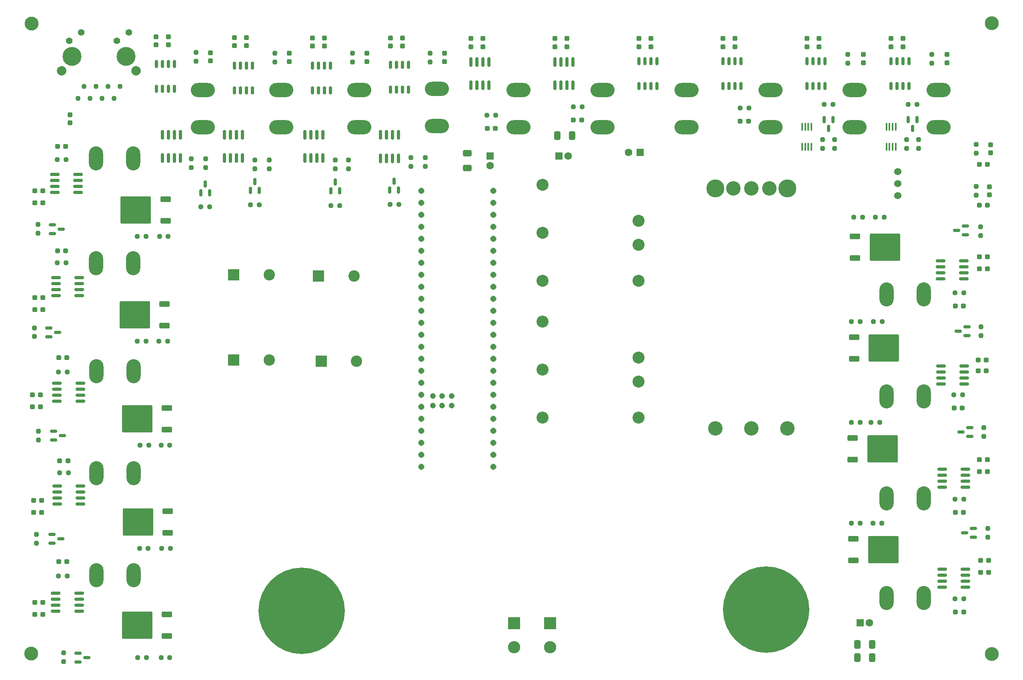
<source format=gbr>
%TF.GenerationSoftware,KiCad,Pcbnew,7.0.7*%
%TF.CreationDate,2023-11-10T12:57:54-06:00*%
%TF.ProjectId,PowerBoard_2024,506f7765-7242-46f6-9172-645f32303234,rev?*%
%TF.SameCoordinates,Original*%
%TF.FileFunction,Soldermask,Top*%
%TF.FilePolarity,Negative*%
%FSLAX46Y46*%
G04 Gerber Fmt 4.6, Leading zero omitted, Abs format (unit mm)*
G04 Created by KiCad (PCBNEW 7.0.7) date 2023-11-10 12:57:54*
%MOMM*%
%LPD*%
G01*
G04 APERTURE LIST*
G04 Aperture macros list*
%AMRoundRect*
0 Rectangle with rounded corners*
0 $1 Rounding radius*
0 $2 $3 $4 $5 $6 $7 $8 $9 X,Y pos of 4 corners*
0 Add a 4 corners polygon primitive as box body*
4,1,4,$2,$3,$4,$5,$6,$7,$8,$9,$2,$3,0*
0 Add four circle primitives for the rounded corners*
1,1,$1+$1,$2,$3*
1,1,$1+$1,$4,$5*
1,1,$1+$1,$6,$7*
1,1,$1+$1,$8,$9*
0 Add four rect primitives between the rounded corners*
20,1,$1+$1,$2,$3,$4,$5,0*
20,1,$1+$1,$4,$5,$6,$7,0*
20,1,$1+$1,$6,$7,$8,$9,0*
20,1,$1+$1,$8,$9,$2,$3,0*%
G04 Aperture macros list end*
%ADD10RoundRect,0.237500X-0.250000X-0.237500X0.250000X-0.237500X0.250000X0.237500X-0.250000X0.237500X0*%
%ADD11RoundRect,0.237500X0.250000X0.237500X-0.250000X0.237500X-0.250000X-0.237500X0.250000X-0.237500X0*%
%ADD12RoundRect,0.237500X-0.287500X-0.237500X0.287500X-0.237500X0.287500X0.237500X-0.287500X0.237500X0*%
%ADD13RoundRect,0.237500X-0.237500X0.300000X-0.237500X-0.300000X0.237500X-0.300000X0.237500X0.300000X0*%
%ADD14RoundRect,0.237500X-0.300000X-0.237500X0.300000X-0.237500X0.300000X0.237500X-0.300000X0.237500X0*%
%ADD15R,2.400000X2.400000*%
%ADD16C,2.400000*%
%ADD17R,1.600000X1.600000*%
%ADD18C,1.600000*%
%ADD19RoundRect,0.150000X0.150000X-0.675000X0.150000X0.675000X-0.150000X0.675000X-0.150000X-0.675000X0*%
%ADD20RoundRect,0.237500X0.300000X0.237500X-0.300000X0.237500X-0.300000X-0.237500X0.300000X-0.237500X0*%
%ADD21RoundRect,0.237500X0.237500X-0.287500X0.237500X0.287500X-0.237500X0.287500X-0.237500X-0.287500X0*%
%ADD22RoundRect,0.250000X0.850000X0.350000X-0.850000X0.350000X-0.850000X-0.350000X0.850000X-0.350000X0*%
%ADD23RoundRect,0.249997X2.950003X2.650003X-2.950003X2.650003X-2.950003X-2.650003X2.950003X-2.650003X0*%
%ADD24RoundRect,0.150000X0.150000X-0.825000X0.150000X0.825000X-0.150000X0.825000X-0.150000X-0.825000X0*%
%ADD25C,3.048000*%
%ADD26C,3.810000*%
%ADD27RoundRect,0.237500X0.237500X-0.300000X0.237500X0.300000X-0.237500X0.300000X-0.237500X-0.300000X0*%
%ADD28RoundRect,0.150000X0.587500X0.150000X-0.587500X0.150000X-0.587500X-0.150000X0.587500X-0.150000X0*%
%ADD29RoundRect,0.237500X0.237500X-0.250000X0.237500X0.250000X-0.237500X0.250000X-0.237500X-0.250000X0*%
%ADD30RoundRect,0.250000X-0.650000X0.412500X-0.650000X-0.412500X0.650000X-0.412500X0.650000X0.412500X0*%
%ADD31RoundRect,0.237500X-0.237500X0.250000X-0.237500X-0.250000X0.237500X-0.250000X0.237500X0.250000X0*%
%ADD32C,2.946400*%
%ADD33R,2.600000X2.600000*%
%ADD34O,2.600000X2.600000*%
%ADD35RoundRect,0.150000X-0.825000X-0.150000X0.825000X-0.150000X0.825000X0.150000X-0.825000X0.150000X0*%
%ADD36RoundRect,0.250000X-0.412500X-0.650000X0.412500X-0.650000X0.412500X0.650000X-0.412500X0.650000X0*%
%ADD37RoundRect,0.237500X0.287500X0.237500X-0.287500X0.237500X-0.287500X-0.237500X0.287500X-0.237500X0*%
%ADD38RoundRect,0.150000X-0.587500X-0.150000X0.587500X-0.150000X0.587500X0.150000X-0.587500X0.150000X0*%
%ADD39C,2.540000*%
%ADD40C,18.288000*%
%ADD41RoundRect,0.150000X0.825000X0.150000X-0.825000X0.150000X-0.825000X-0.150000X0.825000X-0.150000X0*%
%ADD42RoundRect,0.250000X-0.850000X-0.350000X0.850000X-0.350000X0.850000X0.350000X-0.850000X0.350000X0*%
%ADD43RoundRect,0.249997X-2.950003X-2.650003X2.950003X-2.650003X2.950003X2.650003X-2.950003X2.650003X0*%
%ADD44RoundRect,0.150000X0.150000X-0.587500X0.150000X0.587500X-0.150000X0.587500X-0.150000X-0.587500X0*%
%ADD45RoundRect,0.100000X0.100000X-0.712500X0.100000X0.712500X-0.100000X0.712500X-0.100000X-0.712500X0*%
%ADD46RoundRect,0.150000X-0.150000X0.587500X-0.150000X-0.587500X0.150000X-0.587500X0.150000X0.587500X0*%
%ADD47C,1.100000*%
%ADD48C,1.400000*%
%ADD49C,4.000000*%
%ADD50C,2.000000*%
%ADD51C,1.524000*%
%ADD52C,1.308000*%
%ADD53C,1.208000*%
%ADD54O,5.100000X3.000000*%
%ADD55O,3.000000X5.100000*%
G04 APERTURE END LIST*
D10*
%TO.C,R58*%
X343672500Y-167385000D03*
X345497500Y-167385000D03*
%TD*%
D11*
%TO.C,R15*%
X194956500Y-193549000D03*
X193131500Y-193549000D03*
%TD*%
D12*
%TO.C,D4*%
X266587000Y-126492000D03*
X268337000Y-126492000D03*
%TD*%
D13*
%TO.C,C22*%
X199136000Y-107087500D03*
X199136000Y-108812500D03*
%TD*%
D14*
%TO.C,C26*%
X170587500Y-207772000D03*
X172312500Y-207772000D03*
%TD*%
D12*
%TO.C,D20*%
X365393000Y-185674000D03*
X367143000Y-185674000D03*
%TD*%
D15*
%TO.C,C1*%
X212972000Y-157480000D03*
D16*
X220472000Y-157480000D03*
%TD*%
D17*
%TO.C,C2*%
X345500888Y-231140000D03*
D18*
X347500888Y-231140000D03*
%TD*%
D10*
%TO.C,R65*%
X284837500Y-121920000D03*
X286662500Y-121920000D03*
%TD*%
D11*
%TO.C,R36*%
X177442500Y-133096000D03*
X175617500Y-133096000D03*
%TD*%
D14*
%TO.C,C37*%
X370993500Y-220472000D03*
X372718500Y-220472000D03*
%TD*%
D10*
%TO.C,R62*%
X343672500Y-188721000D03*
X345497500Y-188721000D03*
%TD*%
D17*
%TO.C,C48*%
X267208000Y-132394888D03*
D18*
X267208000Y-134394888D03*
%TD*%
D19*
%TO.C,U11*%
X246126000Y-118280000D03*
X247396000Y-118280000D03*
X248666000Y-118280000D03*
X249936000Y-118280000D03*
X249936000Y-113030000D03*
X248666000Y-113030000D03*
X247396000Y-113030000D03*
X246126000Y-113030000D03*
%TD*%
D20*
%TO.C,C20*%
X172566500Y-164846000D03*
X170841500Y-164846000D03*
%TD*%
D21*
%TO.C,D12*%
X208026000Y-112240000D03*
X208026000Y-110490000D03*
%TD*%
D22*
%TO.C,Q14*%
X198971000Y-212084000D03*
D23*
X192671000Y-209804000D03*
D22*
X198971000Y-207524000D03*
%TD*%
D24*
%TO.C,Q21*%
X243967000Y-132842000D03*
X245237000Y-132842000D03*
X246507000Y-132842000D03*
X247777000Y-132842000D03*
X247777000Y-127892000D03*
X246507000Y-127892000D03*
X245237000Y-127892000D03*
X243967000Y-127892000D03*
%TD*%
D11*
%TO.C,R32*%
X177950500Y-199389000D03*
X176125500Y-199389000D03*
%TD*%
D10*
%TO.C,R59*%
X348348000Y-167385000D03*
X350173000Y-167385000D03*
%TD*%
D19*
%TO.C,U10*%
X213106000Y-118449000D03*
X214376000Y-118449000D03*
X215646000Y-118449000D03*
X216916000Y-118449000D03*
X216916000Y-113199000D03*
X215646000Y-113199000D03*
X214376000Y-113199000D03*
X213106000Y-113199000D03*
%TD*%
D13*
%TO.C,C45*%
X319024000Y-107495000D03*
X319024000Y-109220000D03*
%TD*%
D12*
%TO.C,D5*%
X320143500Y-124968000D03*
X321893500Y-124968000D03*
%TD*%
D11*
%TO.C,R29*%
X194853000Y-215393000D03*
X193028000Y-215393000D03*
%TD*%
D25*
%TO.C,VR1*%
X314833000Y-189992000D03*
X322453000Y-189992000D03*
X330073000Y-189992000D03*
D26*
X330073000Y-139192000D03*
D25*
X326263000Y-139192000D03*
X322453000Y-139192000D03*
X318643000Y-139192000D03*
D26*
X314833000Y-139192000D03*
%TD*%
D10*
%TO.C,R64*%
X365609500Y-204978000D03*
X367434500Y-204978000D03*
%TD*%
D27*
%TO.C,C52*%
X280924000Y-109220000D03*
X280924000Y-107495000D03*
%TD*%
D28*
%TO.C,Q25*%
X369491500Y-213040000D03*
X369491500Y-211140000D03*
X367616500Y-212090000D03*
%TD*%
D29*
%TO.C,R40*%
X217424000Y-135024500D03*
X217424000Y-133199500D03*
%TD*%
D12*
%TO.C,D21*%
X365644000Y-207772000D03*
X367394000Y-207772000D03*
%TD*%
D30*
%TO.C,C49*%
X262382000Y-131787500D03*
X262382000Y-134912500D03*
%TD*%
D29*
%TO.C,R8*%
X342900000Y-112672500D03*
X342900000Y-110847500D03*
%TD*%
D21*
%TO.C,D8*%
X363855000Y-112635000D03*
X363855000Y-110885000D03*
%TD*%
D14*
%TO.C,C18*%
X170333500Y-185420000D03*
X172058500Y-185420000D03*
%TD*%
D27*
%TO.C,C32*%
X246126000Y-109066500D03*
X246126000Y-107341500D03*
%TD*%
D22*
%TO.C,Q6*%
X198820000Y-190241000D03*
D23*
X192520000Y-187961000D03*
D22*
X198820000Y-185681000D03*
%TD*%
D29*
%TO.C,R24*%
X234442000Y-135024500D03*
X234442000Y-133199500D03*
%TD*%
D13*
%TO.C,C16*%
X354584000Y-107495000D03*
X354584000Y-109220000D03*
%TD*%
D31*
%TO.C,R13*%
X171625500Y-190603500D03*
X171625500Y-192428500D03*
%TD*%
D32*
%TO.C,V6*%
X170114031Y-237689640D03*
%TD*%
D13*
%TO.C,C21*%
X232156000Y-107341500D03*
X232156000Y-109066500D03*
%TD*%
D31*
%TO.C,R23*%
X171196000Y-212447500D03*
X171196000Y-214272500D03*
%TD*%
%TO.C,R17*%
X170766500Y-168722000D03*
X170766500Y-170547000D03*
%TD*%
D29*
%TO.C,R47*%
X254508000Y-112418500D03*
X254508000Y-110593500D03*
%TD*%
D11*
%TO.C,R35*%
X194382500Y-149352000D03*
X192557500Y-149352000D03*
%TD*%
D33*
%TO.C,D1*%
X272288000Y-231247000D03*
D34*
X272288000Y-236327000D03*
%TD*%
D13*
%TO.C,C47*%
X301244000Y-107495000D03*
X301244000Y-109220000D03*
%TD*%
D20*
%TO.C,C41*%
X372210500Y-175514000D03*
X370485500Y-175514000D03*
%TD*%
D24*
%TO.C,Q12*%
X227965000Y-132777000D03*
X229235000Y-132777000D03*
X230505000Y-132777000D03*
X231775000Y-132777000D03*
X231775000Y-127827000D03*
X230505000Y-127827000D03*
X229235000Y-127827000D03*
X227965000Y-127827000D03*
%TD*%
D35*
%TO.C,U13*%
X362523000Y-154559000D03*
X362523000Y-155829000D03*
X362523000Y-157099000D03*
X362523000Y-158369000D03*
X367473000Y-158369000D03*
X367473000Y-157099000D03*
X367473000Y-155829000D03*
X367473000Y-154559000D03*
%TD*%
D31*
%TO.C,R39*%
X176941000Y-237527500D03*
X176941000Y-239352500D03*
%TD*%
D11*
%TO.C,R14*%
X199425000Y-193549000D03*
X197600000Y-193549000D03*
%TD*%
D31*
%TO.C,R43*%
X253492000Y-132691500D03*
X253492000Y-134516500D03*
%TD*%
D36*
%TO.C,C4*%
X344922388Y-235712000D03*
X348047388Y-235712000D03*
%TD*%
D37*
%TO.C,D10*%
X177405000Y-152400000D03*
X175655000Y-152400000D03*
%TD*%
D38*
%TO.C,Q5*%
X174830500Y-190566000D03*
X174830500Y-192466000D03*
X176705500Y-191516000D03*
%TD*%
D13*
%TO.C,C51*%
X265684000Y-107495000D03*
X265684000Y-109220000D03*
%TD*%
%TO.C,C29*%
X215646000Y-107290500D03*
X215646000Y-109015500D03*
%TD*%
D39*
%TO.C,U20*%
X298577000Y-187706000D03*
X298577000Y-180086000D03*
X298577000Y-175006000D03*
X278257000Y-167386000D03*
X278257000Y-177546000D03*
X278257000Y-187706000D03*
%TD*%
D40*
%TO.C,V2*%
X227330000Y-228600000D03*
%TD*%
D11*
%TO.C,R44*%
X199425000Y-238506000D03*
X197600000Y-238506000D03*
%TD*%
D38*
%TO.C,Q7*%
X173814500Y-168722000D03*
X173814500Y-170622000D03*
X175689500Y-169672000D03*
%TD*%
D20*
%TO.C,C28*%
X172566500Y-142240000D03*
X170841500Y-142240000D03*
%TD*%
D41*
%TO.C,U4*%
X180464000Y-184277000D03*
X180464000Y-183007000D03*
X180464000Y-181737000D03*
X180464000Y-180467000D03*
X175514000Y-180467000D03*
X175514000Y-181737000D03*
X175514000Y-183007000D03*
X175514000Y-184277000D03*
%TD*%
D24*
%TO.C,U21*%
X263144000Y-117394000D03*
X264414000Y-117394000D03*
X265684000Y-117394000D03*
X266954000Y-117394000D03*
X266954000Y-112444000D03*
X265684000Y-112444000D03*
X264414000Y-112444000D03*
X263144000Y-112444000D03*
%TD*%
D29*
%TO.C,R49*%
X370997000Y-149165000D03*
X370997000Y-147340000D03*
%TD*%
D11*
%TO.C,R48*%
X177696500Y-221234000D03*
X175871500Y-221234000D03*
%TD*%
D24*
%TO.C,U23*%
X280924000Y-117394000D03*
X282194000Y-117394000D03*
X283464000Y-117394000D03*
X284734000Y-117394000D03*
X284734000Y-112444000D03*
X283464000Y-112444000D03*
X282194000Y-112444000D03*
X280924000Y-112444000D03*
%TD*%
D10*
%TO.C,R51*%
X348752500Y-145288000D03*
X350577500Y-145288000D03*
%TD*%
%TO.C,R3*%
X320143500Y-122174000D03*
X321968500Y-122174000D03*
%TD*%
D13*
%TO.C,C30*%
X248666000Y-107341500D03*
X248666000Y-109066500D03*
%TD*%
D42*
%TO.C,Q28*%
X344230000Y-170694000D03*
D43*
X350530000Y-172974000D03*
D42*
X344230000Y-175254000D03*
%TD*%
D44*
%TO.C,Q10*%
X205981500Y-140129500D03*
X207881500Y-140129500D03*
X206931500Y-138254500D03*
%TD*%
D29*
%TO.C,R12*%
X360680000Y-112672500D03*
X360680000Y-110847500D03*
%TD*%
D32*
%TO.C,V4*%
X170180000Y-104344980D03*
%TD*%
D28*
%TO.C,Q29*%
X368729500Y-191704000D03*
X368729500Y-189804000D03*
X366854500Y-190754000D03*
%TD*%
D10*
%TO.C,R21*%
X233529500Y-142826500D03*
X235354500Y-142826500D03*
%TD*%
D31*
%TO.C,R4*%
X370078000Y-129897500D03*
X370078000Y-131722500D03*
%TD*%
D41*
%TO.C,U8*%
X180529000Y-205994000D03*
X180529000Y-204724000D03*
X180529000Y-203454000D03*
X180529000Y-202184000D03*
X175579000Y-202184000D03*
X175579000Y-203454000D03*
X175579000Y-204724000D03*
X175579000Y-205994000D03*
%TD*%
D32*
%TO.C,V5*%
X373377271Y-237765840D03*
%TD*%
D29*
%TO.C,R6*%
X337566000Y-130706500D03*
X337566000Y-128881500D03*
%TD*%
D24*
%TO.C,Q13*%
X197866000Y-132777000D03*
X199136000Y-132777000D03*
X200406000Y-132777000D03*
X201676000Y-132777000D03*
X201676000Y-127827000D03*
X200406000Y-127827000D03*
X199136000Y-127827000D03*
X197866000Y-127827000D03*
%TD*%
D28*
%TO.C,Q27*%
X368143000Y-170368000D03*
X368143000Y-168468000D03*
X366268000Y-169418000D03*
%TD*%
D24*
%TO.C,Q20*%
X210947000Y-132777000D03*
X212217000Y-132777000D03*
X213487000Y-132777000D03*
X214757000Y-132777000D03*
X214757000Y-127827000D03*
X213487000Y-127827000D03*
X212217000Y-127827000D03*
X210947000Y-127827000D03*
%TD*%
D29*
%TO.C,R26*%
X203962000Y-134770500D03*
X203962000Y-132945500D03*
%TD*%
%TO.C,R53*%
X372539500Y-213034000D03*
X372539500Y-211209000D03*
%TD*%
D38*
%TO.C,Q15*%
X174576500Y-146878000D03*
X174576500Y-148778000D03*
X176451500Y-147828000D03*
%TD*%
D31*
%TO.C,R25*%
X237236000Y-133199500D03*
X237236000Y-135024500D03*
%TD*%
D27*
%TO.C,C44*%
X316484000Y-109220000D03*
X316484000Y-107495000D03*
%TD*%
D20*
%TO.C,C43*%
X372464500Y-196596000D03*
X370739500Y-196596000D03*
%TD*%
D22*
%TO.C,Q22*%
X198820000Y-233929000D03*
D23*
X192520000Y-231649000D03*
D22*
X198820000Y-229369000D03*
%TD*%
D35*
%TO.C,U17*%
X362842000Y-198628000D03*
X362842000Y-199898000D03*
X362842000Y-201168000D03*
X362842000Y-202438000D03*
X367792000Y-202438000D03*
X367792000Y-201168000D03*
X367792000Y-199898000D03*
X367792000Y-198628000D03*
%TD*%
D45*
%TO.C,Q4*%
X351069000Y-130382500D03*
X351719000Y-130382500D03*
X352369000Y-130382500D03*
X353019000Y-130382500D03*
X353019000Y-126157500D03*
X352369000Y-126157500D03*
X351719000Y-126157500D03*
X351069000Y-126157500D03*
%TD*%
D36*
%TO.C,C6*%
X344922388Y-238506000D03*
X348047388Y-238506000D03*
%TD*%
D28*
%TO.C,Q23*%
X367792000Y-149032000D03*
X367792000Y-147132000D03*
X365917000Y-148082000D03*
%TD*%
D41*
%TO.C,U5*%
X180275000Y-161925000D03*
X180275000Y-160655000D03*
X180275000Y-159385000D03*
X180275000Y-158115000D03*
X175325000Y-158115000D03*
X175325000Y-159385000D03*
X175325000Y-160655000D03*
X175325000Y-161925000D03*
%TD*%
D11*
%TO.C,R19*%
X194353000Y-171525700D03*
X192528000Y-171525700D03*
%TD*%
D13*
%TO.C,C14*%
X336804000Y-107495000D03*
X336804000Y-109220000D03*
%TD*%
D42*
%TO.C,Q26*%
X344117000Y-213365000D03*
D43*
X350417000Y-215645000D03*
D42*
X344117000Y-217925000D03*
%TD*%
D12*
%TO.C,D22*%
X284847000Y-124714000D03*
X286597000Y-124714000D03*
%TD*%
D14*
%TO.C,C42*%
X370739500Y-199136000D03*
X372464500Y-199136000D03*
%TD*%
D17*
%TO.C,C8*%
X298958000Y-131572000D03*
D18*
X296458000Y-131572000D03*
%TD*%
D27*
%TO.C,C23*%
X229616000Y-109066500D03*
X229616000Y-107341500D03*
%TD*%
D29*
%TO.C,R42*%
X250444000Y-134516500D03*
X250444000Y-132691500D03*
%TD*%
D44*
%TO.C,Q9*%
X233492000Y-139700000D03*
X235392000Y-139700000D03*
X234442000Y-137825000D03*
%TD*%
D37*
%TO.C,D14*%
X177405000Y-130302000D03*
X175655000Y-130302000D03*
%TD*%
D20*
%TO.C,C36*%
X372464500Y-153670000D03*
X370739500Y-153670000D03*
%TD*%
D14*
%TO.C,C34*%
X170841500Y-229362000D03*
X172566500Y-229362000D03*
%TD*%
D12*
%TO.C,D18*%
X365647000Y-164084000D03*
X367397000Y-164084000D03*
%TD*%
D13*
%TO.C,C12*%
X373126000Y-129947500D03*
X373126000Y-131672500D03*
%TD*%
D10*
%TO.C,R56*%
X365609500Y-226060000D03*
X367434500Y-226060000D03*
%TD*%
D12*
%TO.C,D19*%
X365684500Y-228854000D03*
X367434500Y-228854000D03*
%TD*%
D42*
%TO.C,Q24*%
X344449000Y-149357000D03*
D43*
X350749000Y-151637000D03*
D42*
X344449000Y-153917000D03*
%TD*%
D20*
%TO.C,C17*%
X172058500Y-182880000D03*
X170333500Y-182880000D03*
%TD*%
D42*
%TO.C,Q30*%
X343941000Y-192029000D03*
D43*
X350241000Y-194309000D03*
D42*
X343941000Y-196589000D03*
%TD*%
D11*
%TO.C,R34*%
X199058000Y-149352000D03*
X197233000Y-149352000D03*
%TD*%
D40*
%TO.C,V1*%
X325628000Y-228346000D03*
%TD*%
D10*
%TO.C,R55*%
X348244500Y-210057000D03*
X350069500Y-210057000D03*
%TD*%
%TO.C,R63*%
X347829500Y-188722000D03*
X349654500Y-188722000D03*
%TD*%
D13*
%TO.C,C53*%
X283464000Y-107495000D03*
X283464000Y-109220000D03*
%TD*%
D11*
%TO.C,R18*%
X198925000Y-171525700D03*
X197100000Y-171525700D03*
%TD*%
D10*
%TO.C,R60*%
X365355500Y-182880000D03*
X367180500Y-182880000D03*
%TD*%
D38*
%TO.C,Q19*%
X179989000Y-237556000D03*
X179989000Y-239456000D03*
X181864000Y-238506000D03*
%TD*%
D20*
%TO.C,C38*%
X372718500Y-217932000D03*
X370993500Y-217932000D03*
%TD*%
D22*
%TO.C,Q16*%
X198510000Y-146044000D03*
D23*
X192210000Y-143764000D03*
D22*
X198510000Y-141484000D03*
%TD*%
D29*
%TO.C,R7*%
X340106000Y-130706500D03*
X340106000Y-128881500D03*
%TD*%
D19*
%TO.C,U2*%
X334264000Y-117544000D03*
X335534000Y-117544000D03*
X336804000Y-117544000D03*
X338074000Y-117544000D03*
X338074000Y-112294000D03*
X336804000Y-112294000D03*
X335534000Y-112294000D03*
X334264000Y-112294000D03*
%TD*%
D14*
%TO.C,C35*%
X370739500Y-156210000D03*
X372464500Y-156210000D03*
%TD*%
D19*
%TO.C,U19*%
X298704000Y-117544000D03*
X299974000Y-117544000D03*
X301244000Y-117544000D03*
X302514000Y-117544000D03*
X302514000Y-112294000D03*
X301244000Y-112294000D03*
X299974000Y-112294000D03*
X298704000Y-112294000D03*
%TD*%
D41*
%TO.C,U9*%
X180021000Y-140081000D03*
X180021000Y-138811000D03*
X180021000Y-137541000D03*
X180021000Y-136271000D03*
X175071000Y-136271000D03*
X175071000Y-137541000D03*
X175071000Y-138811000D03*
X175071000Y-140081000D03*
%TD*%
D13*
%TO.C,C9*%
X372872000Y-138837500D03*
X372872000Y-140562500D03*
%TD*%
D44*
%TO.C,Q17*%
X216474000Y-139621500D03*
X218374000Y-139621500D03*
X217424000Y-137746500D03*
%TD*%
D19*
%TO.C,U18*%
X316484000Y-117544000D03*
X317754000Y-117544000D03*
X319024000Y-117544000D03*
X320294000Y-117544000D03*
X320294000Y-112294000D03*
X319024000Y-112294000D03*
X317754000Y-112294000D03*
X316484000Y-112294000D03*
%TD*%
D37*
%TO.C,D3*%
X372477000Y-142748000D03*
X370727000Y-142748000D03*
%TD*%
D15*
%TO.C,C3*%
X231437246Y-175768000D03*
D16*
X238937246Y-175768000D03*
%TD*%
D31*
%TO.C,R41*%
X220472000Y-133199500D03*
X220472000Y-135024500D03*
%TD*%
D29*
%TO.C,R31*%
X204978000Y-112287500D03*
X204978000Y-110462500D03*
%TD*%
D46*
%TO.C,Q3*%
X357566000Y-124617000D03*
X355666000Y-124617000D03*
X356616000Y-126492000D03*
%TD*%
D11*
%TO.C,R16*%
X177696500Y-178054000D03*
X175871500Y-178054000D03*
%TD*%
D29*
%TO.C,R46*%
X221615000Y-112418500D03*
X221615000Y-110593500D03*
%TD*%
%TO.C,R11*%
X357886000Y-130706500D03*
X357886000Y-128881500D03*
%TD*%
D31*
%TO.C,R33*%
X171528500Y-146849500D03*
X171528500Y-148674500D03*
%TD*%
D37*
%TO.C,D6*%
X372477000Y-134112000D03*
X370727000Y-134112000D03*
%TD*%
D11*
%TO.C,R5*%
X339748500Y-121412000D03*
X337923500Y-121412000D03*
%TD*%
D47*
%TO.C,J1*%
X188874000Y-117590000D03*
X187604000Y-120130000D03*
X186334000Y-117590000D03*
X185064000Y-120130000D03*
X183794000Y-117590000D03*
X182524000Y-120130000D03*
X181254000Y-117590000D03*
X179984000Y-120130000D03*
D48*
X190754000Y-106160000D03*
X188214000Y-107950000D03*
X180644000Y-106160000D03*
X178104000Y-107950000D03*
D49*
X190144000Y-111240000D03*
X178714000Y-111240000D03*
D50*
X192304000Y-114290000D03*
X176554000Y-114290000D03*
%TD*%
D11*
%TO.C,R20*%
X177442500Y-154940000D03*
X175617500Y-154940000D03*
%TD*%
D27*
%TO.C,C24*%
X196531700Y-108812500D03*
X196531700Y-107087500D03*
%TD*%
D10*
%TO.C,R50*%
X344180500Y-145288000D03*
X346005500Y-145288000D03*
%TD*%
D27*
%TO.C,C50*%
X263144000Y-109220000D03*
X263144000Y-107495000D03*
%TD*%
D37*
%TO.C,D9*%
X177659000Y-175006000D03*
X175909000Y-175006000D03*
%TD*%
D29*
%TO.C,R1*%
X370078000Y-140612500D03*
X370078000Y-138787500D03*
%TD*%
D37*
%TO.C,D17*%
X177659000Y-218186000D03*
X175909000Y-218186000D03*
%TD*%
D10*
%TO.C,R54*%
X343672500Y-210057000D03*
X345497500Y-210057000D03*
%TD*%
D29*
%TO.C,R10*%
X355346000Y-130706500D03*
X355346000Y-128881500D03*
%TD*%
D20*
%TO.C,C33*%
X172566500Y-226822000D03*
X170841500Y-226822000D03*
%TD*%
D35*
%TO.C,U14*%
X362842000Y-219837000D03*
X362842000Y-221107000D03*
X362842000Y-222377000D03*
X362842000Y-223647000D03*
X367792000Y-223647000D03*
X367792000Y-222377000D03*
X367792000Y-221107000D03*
X367792000Y-219837000D03*
%TD*%
D41*
%TO.C,U12*%
X180210000Y-228727000D03*
X180210000Y-227457000D03*
X180210000Y-226187000D03*
X180210000Y-224917000D03*
X175260000Y-224917000D03*
X175260000Y-226187000D03*
X175260000Y-227457000D03*
X175260000Y-228727000D03*
%TD*%
D51*
%TO.C,U1*%
X353441000Y-140716000D03*
X353441000Y-138176000D03*
X353441000Y-135636000D03*
%TD*%
D22*
%TO.C,Q8*%
X198319500Y-168218700D03*
D23*
X192019500Y-165938700D03*
D22*
X198319500Y-163658700D03*
%TD*%
D15*
%TO.C,C7*%
X212928754Y-175514000D03*
D16*
X220428754Y-175514000D03*
%TD*%
D17*
%TO.C,C10*%
X281746888Y-132334000D03*
D18*
X283746888Y-132334000D03*
%TD*%
D39*
%TO.C,U22*%
X298577000Y-158750000D03*
X298577000Y-151130000D03*
X298577000Y-146050000D03*
X278257000Y-138430000D03*
X278257000Y-148590000D03*
X278257000Y-158750000D03*
%TD*%
D21*
%TO.C,D16*%
X257556000Y-112381000D03*
X257556000Y-110631000D03*
%TD*%
D15*
%TO.C,C5*%
X230886000Y-157734000D03*
D16*
X238386000Y-157734000D03*
%TD*%
D19*
%TO.C,U3*%
X352044000Y-117544000D03*
X353314000Y-117544000D03*
X354584000Y-117544000D03*
X355854000Y-117544000D03*
X355854000Y-112294000D03*
X354584000Y-112294000D03*
X353314000Y-112294000D03*
X352044000Y-112294000D03*
%TD*%
D10*
%TO.C,R38*%
X246054000Y-142591000D03*
X247879000Y-142591000D03*
%TD*%
D20*
%TO.C,C25*%
X172312500Y-205232000D03*
X170587500Y-205232000D03*
%TD*%
D14*
%TO.C,C40*%
X370485500Y-177800000D03*
X372210500Y-177800000D03*
%TD*%
D29*
%TO.C,R61*%
X371680500Y-191666500D03*
X371680500Y-189841500D03*
%TD*%
%TO.C,R30*%
X238112300Y-112418500D03*
X238112300Y-110593500D03*
%TD*%
D32*
%TO.C,V3*%
X373377271Y-104251000D03*
%TD*%
D29*
%TO.C,R57*%
X371094000Y-170330500D03*
X371094000Y-168505500D03*
%TD*%
D27*
%TO.C,C46*%
X298704000Y-109220000D03*
X298704000Y-107495000D03*
%TD*%
D10*
%TO.C,R2*%
X266549500Y-123698000D03*
X268374500Y-123698000D03*
%TD*%
D36*
%TO.C,C11*%
X281393500Y-128016000D03*
X284518500Y-128016000D03*
%TD*%
D33*
%TO.C,D2*%
X279908000Y-231247000D03*
D34*
X279908000Y-236327000D03*
%TD*%
D14*
%TO.C,C27*%
X170841500Y-139700000D03*
X172566500Y-139700000D03*
%TD*%
D11*
%TO.C,R45*%
X194448500Y-238506000D03*
X192623500Y-238506000D03*
%TD*%
D10*
%TO.C,R37*%
X216511500Y-142669500D03*
X218336500Y-142669500D03*
%TD*%
D45*
%TO.C,Q2*%
X333248000Y-130382500D03*
X333898000Y-130382500D03*
X334548000Y-130382500D03*
X335198000Y-130382500D03*
X335198000Y-126157500D03*
X334548000Y-126157500D03*
X333898000Y-126157500D03*
X333248000Y-126157500D03*
%TD*%
D27*
%TO.C,C15*%
X352044000Y-109220000D03*
X352044000Y-107495000D03*
%TD*%
D19*
%TO.C,U6*%
X229603300Y-118500000D03*
X230873300Y-118500000D03*
X232143300Y-118500000D03*
X233413300Y-118500000D03*
X233413300Y-113250000D03*
X232143300Y-113250000D03*
X230873300Y-113250000D03*
X229603300Y-113250000D03*
%TD*%
D14*
%TO.C,C19*%
X170841500Y-162306000D03*
X172566500Y-162306000D03*
%TD*%
D31*
%TO.C,R27*%
X207010000Y-132945500D03*
X207010000Y-134770500D03*
%TD*%
D21*
%TO.C,D11*%
X241160300Y-112381000D03*
X241160300Y-110631000D03*
%TD*%
D10*
%TO.C,R52*%
X365609500Y-161290000D03*
X367434500Y-161290000D03*
%TD*%
D27*
%TO.C,C39*%
X178308000Y-125362000D03*
X178308000Y-123637000D03*
%TD*%
D11*
%TO.C,R9*%
X357528500Y-121412000D03*
X355703500Y-121412000D03*
%TD*%
D21*
%TO.C,D15*%
X224663000Y-112381000D03*
X224663000Y-110631000D03*
%TD*%
D27*
%TO.C,C31*%
X213108700Y-109015500D03*
X213108700Y-107290500D03*
%TD*%
D10*
%TO.C,R22*%
X206019000Y-143080500D03*
X207844000Y-143080500D03*
%TD*%
D38*
%TO.C,Q11*%
X174498000Y-212410000D03*
X174498000Y-214310000D03*
X176373000Y-213360000D03*
%TD*%
D52*
%TO.C,U15*%
X267870000Y-195580000D03*
X267870000Y-193040000D03*
X267870000Y-190500000D03*
X267870000Y-187960000D03*
X267870000Y-162560000D03*
X252630000Y-193040000D03*
X267870000Y-185420000D03*
X267870000Y-182880000D03*
X267870000Y-180340000D03*
X267870000Y-177800000D03*
X267870000Y-175260000D03*
X267870000Y-172720000D03*
X267870000Y-170180000D03*
X267870000Y-167640000D03*
X267870000Y-165100000D03*
X252630000Y-165100000D03*
X252630000Y-167640000D03*
X252630000Y-170180000D03*
X252630000Y-172720000D03*
X252630000Y-175260000D03*
X252630000Y-177800000D03*
X252630000Y-180340000D03*
X252630000Y-182880000D03*
X252630000Y-185420000D03*
X252630000Y-187960000D03*
X252630000Y-190500000D03*
X267870000Y-160020000D03*
X267870000Y-157480000D03*
X267870000Y-154940000D03*
X267870000Y-152400000D03*
X267870000Y-149860000D03*
X267870000Y-147320000D03*
X267870000Y-144780000D03*
X267870000Y-142240000D03*
X267870000Y-139700000D03*
X252630000Y-139700000D03*
X252630000Y-142240000D03*
X252630000Y-144780000D03*
X252630000Y-147320000D03*
X252630000Y-149860000D03*
X252630000Y-152400000D03*
X252630000Y-154940000D03*
X252630000Y-157480000D03*
X252630000Y-160020000D03*
X267870000Y-198120000D03*
X252630000Y-162560000D03*
X252630000Y-195580000D03*
D53*
X257080000Y-183150000D03*
X257080000Y-185150000D03*
X255080000Y-185150000D03*
X255080000Y-183150000D03*
X259080000Y-183150000D03*
X259080000Y-185150000D03*
D52*
X252630000Y-198120000D03*
%TD*%
D27*
%TO.C,C13*%
X334264000Y-109220000D03*
X334264000Y-107495000D03*
%TD*%
D46*
%TO.C,Q1*%
X339786000Y-124617000D03*
X337886000Y-124617000D03*
X338836000Y-126492000D03*
%TD*%
D35*
%TO.C,U16*%
X362588000Y-176784000D03*
X362588000Y-178054000D03*
X362588000Y-179324000D03*
X362588000Y-180594000D03*
X367538000Y-180594000D03*
X367538000Y-179324000D03*
X367538000Y-178054000D03*
X367538000Y-176784000D03*
%TD*%
D21*
%TO.C,D7*%
X346202000Y-112635000D03*
X346202000Y-110885000D03*
%TD*%
D19*
%TO.C,U7*%
X196596000Y-118167000D03*
X197866000Y-118167000D03*
X199136000Y-118167000D03*
X200406000Y-118167000D03*
X200406000Y-112917000D03*
X199136000Y-112917000D03*
X197866000Y-112917000D03*
X196596000Y-112917000D03*
%TD*%
D37*
%TO.C,D13*%
X177875500Y-196850000D03*
X176125500Y-196850000D03*
%TD*%
D11*
%TO.C,R28*%
X199528500Y-215393000D03*
X197703500Y-215393000D03*
%TD*%
D44*
%TO.C,Q18*%
X245938000Y-139543000D03*
X247838000Y-139543000D03*
X246888000Y-137668000D03*
%TD*%
D54*
%TO.C,Conn18*%
X308745700Y-126287500D03*
X308745700Y-118413500D03*
%TD*%
D55*
%TO.C,Conn4*%
X351132000Y-225945700D03*
X359006000Y-225945700D03*
%TD*%
%TO.C,Conn3*%
X191772500Y-221094300D03*
X183898500Y-221094300D03*
%TD*%
D54*
%TO.C,Conn19*%
X290965700Y-126287500D03*
X290965700Y-118413500D03*
%TD*%
D55*
%TO.C,Conn9*%
X191677000Y-155006000D03*
X183803000Y-155006000D03*
%TD*%
D54*
%TO.C,Conn10*%
X344305700Y-126287500D03*
X344305700Y-118413500D03*
%TD*%
%TO.C,Conn17*%
X326525700Y-126287500D03*
X326525700Y-118413500D03*
%TD*%
D55*
%TO.C,Conn6*%
X351132000Y-183273700D03*
X359006000Y-183273700D03*
%TD*%
%TO.C,Conn8*%
X191706500Y-132832300D03*
X183832500Y-132832300D03*
%TD*%
%TO.C,Conn1*%
X191772500Y-177914300D03*
X183898500Y-177914300D03*
%TD*%
D54*
%TO.C,Conn16*%
X273185700Y-126287500D03*
X273185700Y-118413500D03*
%TD*%
D55*
%TO.C,Conn7*%
X351132000Y-161683700D03*
X359006000Y-161683700D03*
%TD*%
D54*
%TO.C,Conn12*%
X255917700Y-126033500D03*
X255917700Y-118159500D03*
%TD*%
%TO.C,Conn14*%
X239522000Y-126238000D03*
X239522000Y-118364000D03*
%TD*%
%TO.C,Conn15*%
X206387700Y-126259500D03*
X206387700Y-118385500D03*
%TD*%
D55*
%TO.C,Conn2*%
X191772500Y-199504300D03*
X183898500Y-199504300D03*
%TD*%
D54*
%TO.C,Conn13*%
X223024700Y-126238000D03*
X223024700Y-118364000D03*
%TD*%
D55*
%TO.C,Conn5*%
X351132000Y-204863700D03*
X359006000Y-204863700D03*
%TD*%
D54*
%TO.C,Conn11*%
X362085700Y-126287500D03*
X362085700Y-118413500D03*
%TD*%
M02*

</source>
